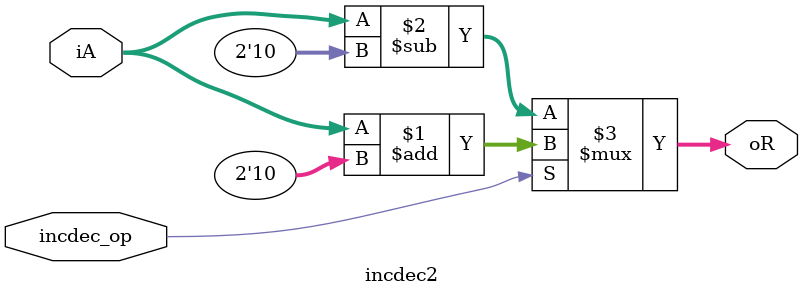
<source format=v>
/*MIT License

Copyright (c) 2020 Debtanu Mukherjee

Permission is hereby granted, free of charge, to any person obtaining a copy
of this software and associated documentation files (the "Software"), to deal
in the Software without restriction, including without limitation the rights
to use, copy, modify, merge, publish, distribute, sublicense, and/or sell
copies of the Software, and to permit persons to whom the Software is
furnished to do so, subject to the following conditions:

The above copyright notice and this permission notice shall be included in all
copies or substantial portions of the Software.

THE SOFTWARE IS PROVIDED "AS IS", WITHOUT WARRANTY OF ANY KIND, EXPRESS OR
IMPLIED, INCLUDING BUT NOT LIMITED TO THE WARRANTIES OF MERCHANTABILITY,
FITNESS FOR A PARTICULAR PURPOSE AND NONINFRINGEMENT. IN NO EVENT SHALL THE
AUTHORS OR COPYRIGHT HOLDERS BE LIABLE FOR ANY CLAIM, DAMAGES OR OTHER
LIABILITY, WHETHER IN AN ACTION OF CONTRACT, TORT OR OTHERWISE, ARISING FROM,
OUT OF OR IN CONNECTION WITH THE SOFTWARE OR THE USE OR OTHER DEALINGS IN THE
SOFTWARE.
*/

`timescale 10ns/1ns
module incdec2(incdec_op, iA, oR);

parameter DATASIZE = 8;
input incdec_op;
input [DATASIZE-1:0] iA;
output [DATASIZE-1:0] oR;

assign oR = (incdec_op) ? (iA+2'b10) : (iA-2'b10);

endmodule

</source>
